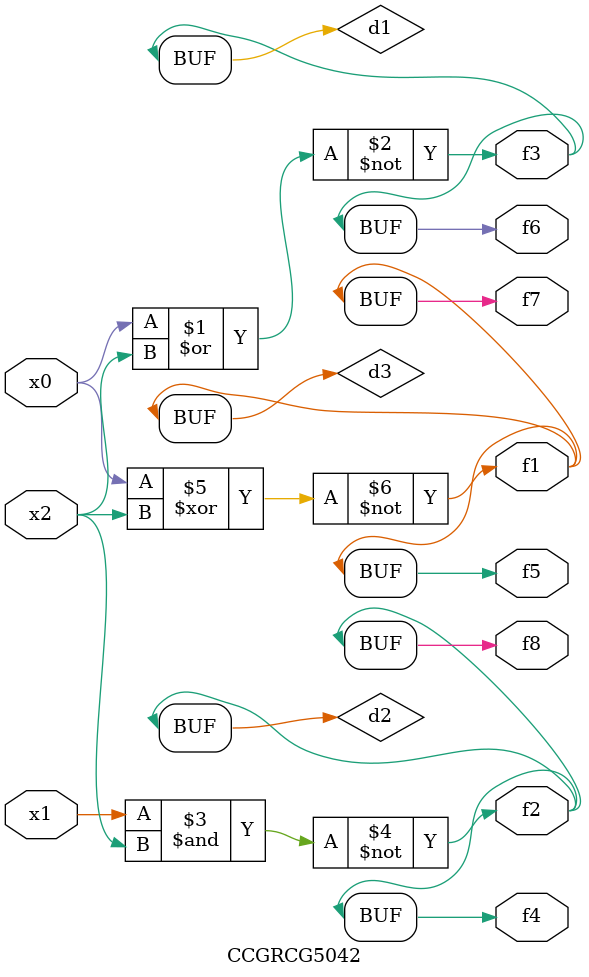
<source format=v>
module CCGRCG5042(
	input x0, x1, x2,
	output f1, f2, f3, f4, f5, f6, f7, f8
);

	wire d1, d2, d3;

	nor (d1, x0, x2);
	nand (d2, x1, x2);
	xnor (d3, x0, x2);
	assign f1 = d3;
	assign f2 = d2;
	assign f3 = d1;
	assign f4 = d2;
	assign f5 = d3;
	assign f6 = d1;
	assign f7 = d3;
	assign f8 = d2;
endmodule

</source>
